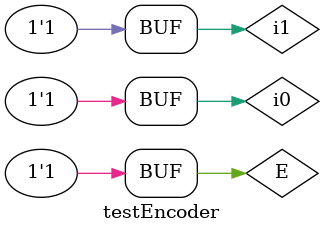
<source format=v>
module encoder2to4(E, i0, i1, y0, y1, y2, y3);
input E, i0, i1; 
output y0, y1, y2, y3; 
wire w1, w2;

assign w1 = ~i0;
assign w2 = ~i1;
assign y0 = w1 & w2 & E; 
assign y1 = w1 & i1 & E; 
assign y2 = i0 & w2 & E; 
assign y3 = i0 & i1 & E;
endmodule

module testEncoder; 
reg E, i0, i1; 
wire y0, y1, y2, y3; 

encoder2to4 i(E, i0, i1, y0, y1, y2, y3);

initial 
begin 
    E = 1'b0; i0 = 1'b0; i1 = 1'b0; 
    $monitor("Time = %0t E = %b , i0 = %b, i1 = %b , y0 = %b , y1 = %b , y2 = %b , y3 = %b", $time,E, i0, i1, y0, y1, y2, y3 );
    #5 E = 1'b1; i0 = 1'b0; i1 = 1'b0; 
    #5 E = 1'b1; i0 = 1'b0; i1 = 1'b1; 
    #5 E = 1'b1; i0 = 1'b1; i1 = 1'b0; 
    #5 E = 1'b1; i0 = 1'b1; i1 = 1'b1;
end
endmodule 


</source>
